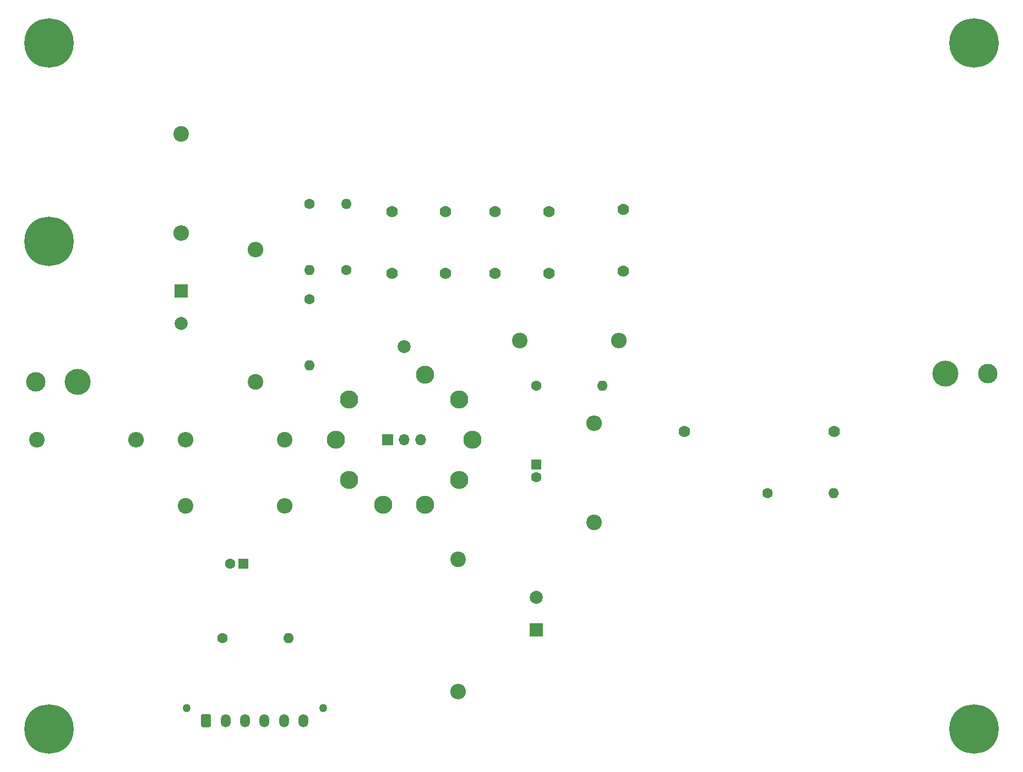
<source format=gbr>
%TF.GenerationSoftware,KiCad,Pcbnew,5.1.9-73d0e3b20d~88~ubuntu20.04.1*%
%TF.CreationDate,2021-05-02T14:23:53-04:00*%
%TF.ProjectId,phono-amp,70686f6e-6f2d-4616-9d70-2e6b69636164,rev?*%
%TF.SameCoordinates,Original*%
%TF.FileFunction,Soldermask,Bot*%
%TF.FilePolarity,Negative*%
%FSLAX46Y46*%
G04 Gerber Fmt 4.6, Leading zero omitted, Abs format (unit mm)*
G04 Created by KiCad (PCBNEW 5.1.9-73d0e3b20d~88~ubuntu20.04.1) date 2021-05-02 14:23:53*
%MOMM*%
%LPD*%
G01*
G04 APERTURE LIST*
%ADD10C,1.778000*%
%ADD11R,1.600000X1.600000*%
%ADD12C,1.600000*%
%ADD13C,2.000000*%
%ADD14R,2.000000X2.000000*%
%ADD15C,3.000000*%
%ADD16C,4.000000*%
%ADD17C,1.270000*%
%ADD18O,1.500000X2.020000*%
%ADD19C,2.400000*%
%ADD20O,2.400000X2.400000*%
%ADD21O,1.600000X1.600000*%
%ADD22O,2.800000X2.800000*%
%ADD23C,7.600000*%
%ADD24R,1.700000X1.700000*%
%ADD25O,1.700000X1.700000*%
G04 APERTURE END LIST*
D10*
%TO.C,C2*%
X127635000Y-77310000D03*
X127635000Y-67810000D03*
%TD*%
%TO.C,C3*%
X163195000Y-76970000D03*
X163195000Y-67470000D03*
%TD*%
%TO.C,C4*%
X195650000Y-101600000D03*
X172650000Y-101600000D03*
%TD*%
D11*
%TO.C,C5*%
X104775000Y-121920000D03*
D12*
X102775000Y-121920000D03*
%TD*%
%TO.C,C6*%
X149860000Y-108680000D03*
D11*
X149860000Y-106680000D03*
%TD*%
D13*
%TO.C,C7*%
X95250000Y-85010000D03*
D14*
X95250000Y-80010000D03*
%TD*%
%TO.C,C8*%
X149860000Y-132080000D03*
D13*
X149860000Y-127080000D03*
%TD*%
D10*
%TO.C,C1A1*%
X151765000Y-67810000D03*
X151765000Y-77310000D03*
%TD*%
%TO.C,C1B1*%
X143510000Y-77310000D03*
X143510000Y-67810000D03*
%TD*%
%TO.C,C1C1*%
X135890000Y-67810000D03*
X135890000Y-77310000D03*
%TD*%
D15*
%TO.C,J1*%
X72850000Y-93980000D03*
D16*
X79350000Y-93980000D03*
%TD*%
D17*
%TO.C,J2*%
X96060000Y-144090000D03*
X117060000Y-144090000D03*
G36*
G01*
X98310000Y-146810000D02*
X98310000Y-145290000D01*
G75*
G02*
X98560000Y-145040000I250000J0D01*
G01*
X99560000Y-145040000D01*
G75*
G02*
X99810000Y-145290000I0J-250000D01*
G01*
X99810000Y-146810000D01*
G75*
G02*
X99560000Y-147060000I-250000J0D01*
G01*
X98560000Y-147060000D01*
G75*
G02*
X98310000Y-146810000I0J250000D01*
G01*
G37*
D18*
X102060000Y-146050000D03*
X105060000Y-146050000D03*
X108060000Y-146050000D03*
X111060000Y-146050000D03*
X114060000Y-146050000D03*
%TD*%
D16*
%TO.C,J3*%
X212750000Y-92710000D03*
D15*
X219250000Y-92710000D03*
%TD*%
D19*
%TO.C,R1*%
X73025000Y-102870000D03*
D20*
X88265000Y-102870000D03*
%TD*%
D19*
%TO.C,R2*%
X111125000Y-102870000D03*
D20*
X95885000Y-102870000D03*
%TD*%
%TO.C,R3*%
X111125000Y-113030000D03*
D19*
X95885000Y-113030000D03*
%TD*%
D20*
%TO.C,R4*%
X106680000Y-73660000D03*
D19*
X106680000Y-93980000D03*
%TD*%
D21*
%TO.C,R5*%
X114935000Y-91440000D03*
D12*
X114935000Y-81280000D03*
%TD*%
D21*
%TO.C,R7*%
X160020000Y-94615000D03*
D12*
X149860000Y-94615000D03*
%TD*%
D19*
%TO.C,R8*%
X147320000Y-87630000D03*
D20*
X162560000Y-87630000D03*
%TD*%
D19*
%TO.C,R9*%
X137795000Y-121285000D03*
D20*
X137795000Y-141605000D03*
%TD*%
%TO.C,R10*%
X158750000Y-100330000D03*
D19*
X158750000Y-115570000D03*
%TD*%
D12*
%TO.C,R11*%
X185420000Y-111125000D03*
D21*
X195580000Y-111125000D03*
%TD*%
%TO.C,R12*%
X111760000Y-133350000D03*
D12*
X101600000Y-133350000D03*
%TD*%
D20*
%TO.C,R13*%
X95250000Y-71120000D03*
D19*
X95250000Y-55880000D03*
%TD*%
D12*
%TO.C,R6A1*%
X120650000Y-76835000D03*
D21*
X120650000Y-66675000D03*
%TD*%
D12*
%TO.C,R6B1*%
X114935000Y-66675000D03*
D21*
X114935000Y-76835000D03*
%TD*%
D22*
%TO.C,U1*%
X121045322Y-96698255D03*
X119040000Y-102870000D03*
X121045322Y-109041745D03*
X126295322Y-112856093D03*
X132784678Y-112856093D03*
X138034678Y-109041745D03*
X140040000Y-102870000D03*
X138034678Y-96698255D03*
X132784678Y-92883907D03*
D13*
X129540000Y-88620000D03*
%TD*%
D23*
%TO.C,H1*%
X74930000Y-41910000D03*
%TD*%
%TO.C,H2*%
X217170000Y-41910000D03*
%TD*%
%TO.C,H3*%
X74930000Y-147320000D03*
%TD*%
%TO.C,H4*%
X217170000Y-147320000D03*
%TD*%
%TO.C,H5*%
X74930000Y-72390000D03*
%TD*%
D24*
%TO.C,JP1*%
X127000000Y-102870000D03*
D25*
X129540000Y-102870000D03*
X132080000Y-102870000D03*
%TD*%
M02*

</source>
